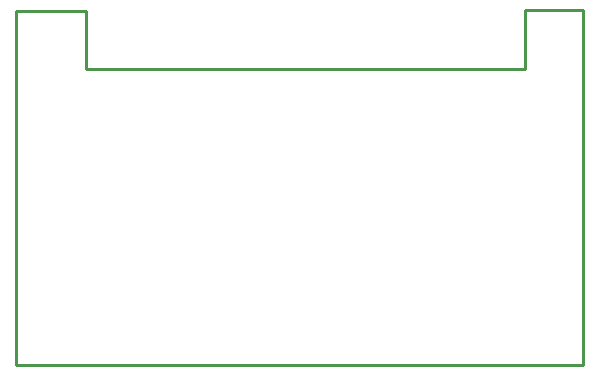
<source format=gko>
G04 Layer: BoardOutlineLayer*
G04 EasyEDA Pro v2.2.40.8, 2025-08-10 13:50:58*
G04 Gerber Generator version 0.3*
G04 Scale: 100 percent, Rotated: No, Reflected: No*
G04 Dimensions in millimeters*
G04 Leading zeros omitted, absolute positions, 4 integers and 5 decimals*
G04 Generated by one-click*
%FSLAX45Y45*%
%MOMM*%
%ADD10C,0.254*%
%ADD11C,0.0673*%
G75*


G04 PolygonModel Start*
G54D10*
G01X-2400000Y-1500000D02*
G01X2400000Y-1500000D01*
G01X2400000Y1500000D01*
G01X1913232Y1500000D01*
G01X1913232Y998675D01*
G01X-1804872Y998675D01*
G01X-1804872Y1497500D01*
G01X-2400000Y1497500D01*
G01X-2400000Y-1500000D01*

M02*


</source>
